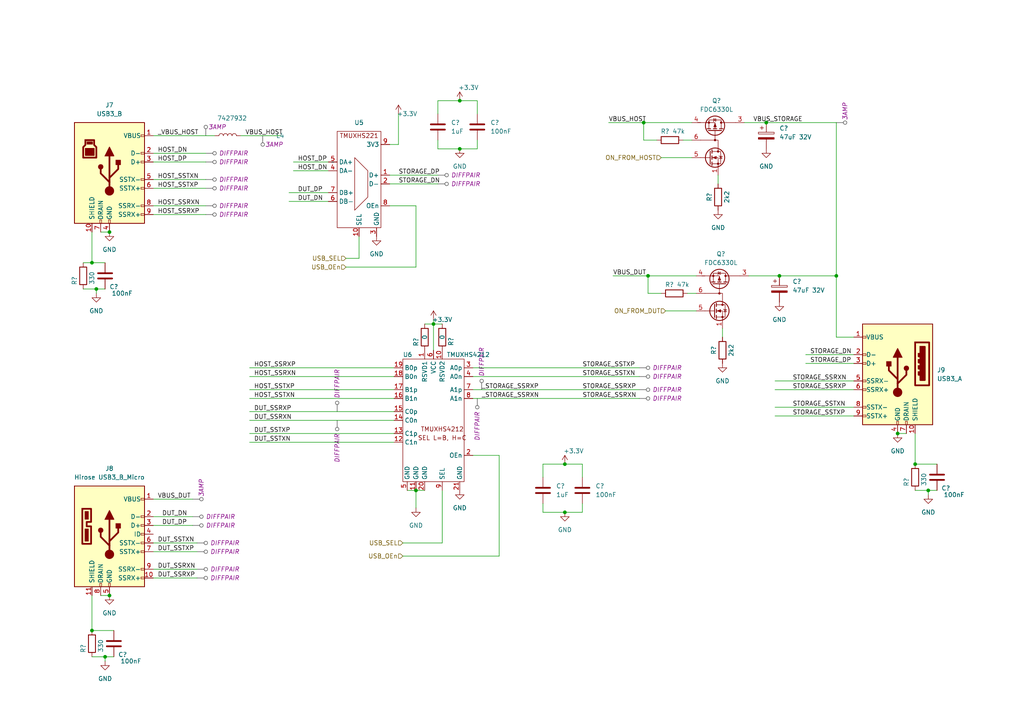
<source format=kicad_sch>
(kicad_sch (version 20230121) (generator eeschema)
  (paper "A4")
  (title_block (title "USB Storage Host/DUT switch") (date "2023-06-15") (rev "1.0.0") (company "Red Hat Inc.") (comment 1 "Device Under Test, supporting USB3.0 and 2.0 connectivity") (comment 2 "that can be connected to the testing host, or to the") (comment 3 "This schematic designs the multiplexor for a USB storage device"))
  (lib_symbols
    (symbol "Connector:USB3_A" (pin_names (offset 1.016))
      (property "Reference" "J" (at -10.16 15.24 0))
      (property "Value" "USB3_A" (at 10.16 15.24 0))
      (symbol "USB3_A_0_0"
        (rectangle (start -9.144 8.636) (end -5.08 -3.81) (stroke (width 0.508)))
        (rectangle (start -7.874 7.366) (end -6.604 -2.286) (stroke (width 0.508)) (fill (type outline)))
        (rectangle (start -6.35 0) (end -6.096 -0.762) (stroke (width 0.508)))
        (rectangle (start -6.35 1.778) (end -6.096 1.016) (stroke (width 0.508)))
        (rectangle (start -6.35 3.556) (end -6.096 2.794) (stroke (width 0.508)))
        (rectangle (start -6.35 5.334) (end -6.096 4.572) (stroke (width 0.508)))
        (rectangle (start -2.794 -15.24) (end -2.286 -14.224))
        (rectangle (start -0.254 -15.24) (end 0.254 -14.224))
        (rectangle (start 10.16 -12.446) (end 9.144 -12.954))
        (rectangle (start 10.16 -9.906) (end 9.144 -10.414))
        (rectangle (start 10.16 -4.826) (end 9.144 -5.334))
        (rectangle (start 10.16 -2.286) (end 9.144 -2.794))
        (rectangle (start 10.16 2.794) (end 9.144 2.286))
        (rectangle (start 10.16 5.334) (end 9.144 4.826))
        (rectangle (start 10.16 10.414) (end 9.144 9.906))
      )
      (symbol "USB3_A_0_1"
        (rectangle (start -10.16 13.97) (end 10.16 -15.24) (stroke (width 0.254)) (fill (type background)))
      )
      (symbol "USB3_A_1_1"
        (circle (center -2.54 1.143) (radius 0.635) (stroke (width 0.254)) (fill (type outline)))
        (circle (center 0 -5.842) (radius 1.27) (fill (type outline)))
        (polyline (pts (xy 0 -5.842) (xy 0 4.318)) (stroke (width 0.508)))
        (polyline (pts (xy 0 -3.302) (xy -2.54 -0.762) (xy -2.54 0.508)) (stroke (width 0.508)))
        (polyline (pts (xy 0 -2.032) (xy 2.54 0.508) (xy 2.54 1.778)) (stroke (width 0.508)))
        (polyline (pts (xy -1.27 4.318) (xy 0 6.858) (xy 1.27 4.318) (xy -1.27 4.318)) (stroke (width 0.254)) (fill (type outline)))
        (rectangle (start 1.905 1.778) (end 3.175 3.048) (stroke (width 0.254)) (fill (type outline)))
        (pin power_in line (at 12.7 10.16 180) (length 2.54) (name "VBUS") (number "1"))
        (pin passive line (at -5.08 -17.78 90) (length 2.54) (name "SHIELD") (number "10"))
        (pin bidirectional line (at 12.7 5.08 180) (length 2.54) (name "D-") (number "2"))
        (pin bidirectional line (at 12.7 2.54 180) (length 2.54) (name "D+") (number "3"))
        (pin power_in line (at 0 -17.78 90) (length 2.54) (name "GND") (number "4"))
        (pin output line (at 12.7 -2.54 180) (length 2.54) (name "SSRX-") (number "5"))
        (pin output line (at 12.7 -5.08 180) (length 2.54) (name "SSRX+") (number "6"))
        (pin passive line (at -2.54 -17.78 90) (length 2.54) (name "DRAIN") (number "7"))
        (pin input line (at 12.7 -10.16 180) (length 2.54) (name "SSTX-") (number "8"))
        (pin input line (at 12.7 -12.7 180) (length 2.54) (name "SSTX+") (number "9"))
      )
    )
    (symbol "Connector:USB3_B" (pin_names (offset 1.016))
      (property "Reference" "J" (at -10.16 15.24 0))
      (property "Value" "USB3_B" (at 10.16 15.24 0))
      (symbol "USB3_B_0_0"
        (rectangle (start -2.794 -15.24) (end -2.286 -14.224))
        (rectangle (start -0.254 -15.24) (end 0.254 -14.224))
        (rectangle (start 10.16 -12.446) (end 9.144 -12.954))
        (rectangle (start 10.16 -9.906) (end 9.144 -10.414))
        (rectangle (start 10.16 -4.826) (end 9.144 -5.334))
        (rectangle (start 10.16 -2.286) (end 9.144 -2.794))
        (rectangle (start 10.16 2.794) (end 9.144 2.286))
        (rectangle (start 10.16 5.334) (end 9.144 4.826))
        (rectangle (start 10.16 10.414) (end 9.144 9.906))
      )
      (symbol "USB3_B_0_1"
        (rectangle (start -10.16 13.97) (end 10.16 -15.24) (stroke (width 0.254)) (fill (type background)))
        (rectangle (start -6.477 8.382) (end -4.953 7.747) (stroke (width 0.254)) (fill (type outline)))
        (rectangle (start -4.445 4.445) (end -6.985 6.477) (stroke (width 0.254)) (fill (type outline)))
        (polyline (pts (xy -6.985 8.89) (xy -6.985 7.493) (xy -7.62 6.858) (xy -7.62 3.81) (xy -3.81 3.81) (xy -3.81 6.858) (xy -4.445 7.493) (xy -4.445 8.89) (xy -6.858 8.89) (xy -6.985 8.89)) (stroke (width 0.508)))
      )
      (symbol "USB3_B_1_1"
        (circle (center -2.54 1.143) (radius 0.635) (stroke (width 0.254)) (fill (type outline)))
        (circle (center 0 -5.842) (radius 1.27) (fill (type outline)))
        (polyline (pts (xy 0 -5.842) (xy 0 4.318)) (stroke (width 0.508)))
        (polyline (pts (xy 0 -3.302) (xy -2.54 -0.762) (xy -2.54 0.508)) (stroke (width 0.508)))
        (polyline (pts (xy 0 -2.032) (xy 2.54 0.508) (xy 2.54 1.778)) (stroke (width 0.508)))
        (polyline (pts (xy -1.27 4.318) (xy 0 6.858) (xy 1.27 4.318) (xy -1.27 4.318)) (stroke (width 0.254)) (fill (type outline)))
        (rectangle (start 1.905 1.778) (end 3.175 3.048) (stroke (width 0.254)) (fill (type outline)))
        (pin power_out line (at 12.7 10.16 180) (length 2.54) (name "VBUS") (number "1"))
        (pin passive line (at -5.08 -17.78 90) (length 2.54) (name "SHIELD") (number "10"))
        (pin bidirectional line (at 12.7 5.08 180) (length 2.54) (name "D-") (number "2"))
        (pin bidirectional line (at 12.7 2.54 180) (length 2.54) (name "D+") (number "3"))
        (pin power_out line (at 0 -17.78 90) (length 2.54) (name "GND") (number "4"))
        (pin output line (at 12.7 -2.54 180) (length 2.54) (name "SSTX-") (number "5"))
        (pin output line (at 12.7 -5.08 180) (length 2.54) (name "SSTX+") (number "6"))
        (pin passive line (at -2.54 -17.78 90) (length 2.54) (name "DRAIN") (number "7"))
        (pin input line (at 12.7 -10.16 180) (length 2.54) (name "SSRX-") (number "8"))
        (pin input line (at 12.7 -12.7 180) (length 2.54) (name "SSRX+") (number "9"))
      )
    )
    (symbol "Connector:USB3_B_Micro" (pin_names (offset 1.016))
      (property "Reference" "J" (at -10.16 15.24 0))
      (property "Value" "USB3_B_Micro" (at 10.16 15.24 0))
      (symbol "USB3_B_Micro_0_0"
        (rectangle (start -2.794 -15.24) (end -2.286 -14.224))
        (rectangle (start -0.254 -15.24) (end 0.254 -14.224))
        (rectangle (start 10.16 -12.446) (end 9.144 -12.954))
        (rectangle (start 10.16 -9.906) (end 9.144 -10.414))
        (rectangle (start 10.16 -4.826) (end 9.144 -5.334))
        (rectangle (start 10.16 -2.286) (end 9.144 -2.794))
        (rectangle (start 10.16 0.254) (end 9.144 -0.254))
        (rectangle (start 10.16 2.794) (end 9.144 2.286))
        (rectangle (start 10.16 5.334) (end 9.144 4.826))
        (rectangle (start 10.16 10.414) (end 9.144 9.906))
      )
      (symbol "USB3_B_Micro_0_1"
        (rectangle (start -10.16 13.97) (end 10.16 -15.24) (stroke (width 0.254)) (fill (type background)))
        (rectangle (start -7.112 1.524) (end -6.096 -2.032) (fill (type outline)))
        (rectangle (start -7.112 6.604) (end -6.096 4.318) (fill (type outline)))
        (polyline (pts (xy -7.874 7.366) (xy -7.874 -2.794) (xy -5.334 -2.794) (xy -5.334 2.286) (xy -6.604 2.286) (xy -6.604 3.556) (xy -5.334 3.556) (xy -5.334 7.366) (xy -7.874 7.366)) (stroke (width 0.508)))
      )
      (symbol "USB3_B_Micro_1_1"
        (circle (center -2.54 1.143) (radius 0.635) (stroke (width 0.254)) (fill (type outline)))
        (circle (center 0 -5.842) (radius 1.27) (fill (type outline)))
        (polyline (pts (xy 0 -5.842) (xy 0 4.318)) (stroke (width 0.508)))
        (polyline (pts (xy 0 -3.302) (xy -2.54 -0.762) (xy -2.54 0.508)) (stroke (width 0.508)))
        (polyline (pts (xy 0 -2.032) (xy 2.54 0.508) (xy 2.54 1.778)) (stroke (width 0.508)))
        (polyline (pts (xy -1.27 4.318) (xy 0 6.858) (xy 1.27 4.318) (xy -1.27 4.318)) (stroke (width 0.254)) (fill (type outline)))
        (rectangle (start 1.905 1.778) (end 3.175 3.048) (stroke (width 0.254)) (fill (type outline)))
        (pin power_out line (at 12.7 10.16 180) (length 2.54) (name "VBUS") (number "1"))
        (pin input line (at 12.7 -12.7 180) (length 2.54) (name "SSRX+") (number "10"))
        (pin passive line (at -5.08 -17.78 90) (length 2.54) (name "SHIELD") (number "11"))
        (pin bidirectional line (at 12.7 5.08 180) (length 2.54) (name "D-") (number "2"))
        (pin bidirectional line (at 12.7 2.54 180) (length 2.54) (name "D+") (number "3"))
        (pin passive line (at 12.7 0 180) (length 2.54) (name "ID") (number "4"))
        (pin power_out line (at 0 -17.78 90) (length 2.54) (name "GND") (number "5"))
        (pin output line (at 12.7 -2.54 180) (length 2.54) (name "SSTX-") (number "6"))
        (pin output line (at 12.7 -5.08 180) (length 2.54) (name "SSTX+") (number "7"))
        (pin passive line (at -2.54 -17.78 90) (length 2.54) (name "DRAIN") (number "8"))
        (pin input line (at 12.7 -10.16 180) (length 2.54) (name "SSRX-") (number "9"))
      )
    )
    (symbol "Device:C" (pin_numbers hide) (pin_names (offset 0.254))
      (property "Reference" "C" (at 0.635 2.54 0))
      (property "Value" "C" (at 0.635 -2.54 0))
      (symbol "C_0_1"
        (polyline (pts (xy -2.032 -0.762) (xy 2.032 -0.762)) (stroke (width 0.508)))
        (polyline (pts (xy -2.032 0.762) (xy 2.032 0.762)) (stroke (width 0.508)))
      )
      (symbol "C_1_1"
        (pin passive line (at 0 3.81 270) (length 2.794) (name "~") (number "1"))
        (pin passive line (at 0 -3.81 90) (length 2.794) (name "~") (number "2"))
      )
    )
    (symbol "Device:C_Polarized" (pin_numbers hide) (pin_names (offset 0.254))
      (property "Reference" "C" (at 0.635 2.54 0))
      (property "Value" "C_Polarized" (at 0.635 -2.54 0))
      (symbol "C_Polarized_0_1"
        (rectangle (start -2.286 0.508) (end 2.286 1.016))
        (polyline (pts (xy -1.778 2.286) (xy -0.762 2.286)))
        (polyline (pts (xy -1.27 2.794) (xy -1.27 1.778)))
        (rectangle (start 2.286 -0.508) (end -2.286 -1.016) (fill (type outline)))
      )
      (symbol "C_Polarized_1_1"
        (pin passive line (at 0 3.81 270) (length 2.794) (name "~") (number "1"))
        (pin passive line (at 0 -3.81 90) (length 2.794) (name "~") (number "2"))
      )
    )
    (symbol "Device:L" (pin_numbers hide) (pin_names (offset 1.016) hide)
      (property "Reference" "L" (at -1.27 0 90))
      (property "Value" "L" (at 1.905 0 90))
      (symbol "L_0_1"
        (arc (start 0 -2.54) (mid 0.6323 -1.905) (end 0 -1.27))
        (arc (start 0 -1.27) (mid 0.6323 -0.635) (end 0 0))
        (arc (start 0 0) (mid 0.6323 0.635) (end 0 1.27))
        (arc (start 0 1.27) (mid 0.6323 1.905) (end 0 2.54))
      )
      (symbol "L_1_1"
        (pin passive line (at 0 3.81 270) (length 1.27) (name "1") (number "1"))
        (pin passive line (at 0 -3.81 90) (length 1.27) (name "2") (number "2"))
      )
    )
    (symbol "Device:R" (pin_numbers hide) (pin_names (offset 0))
      (property "Reference" "R" (at 2.032 0 90))
      (property "Value" "R" (at 0 0 90))
      (symbol "R_0_1"
        (rectangle (start -1.016 -2.54) (end 1.016 2.54) (stroke (width 0.254)))
      )
      (symbol "R_1_1"
        (pin passive line (at 0 3.81 270) (length 1.27) (name "~") (number "1"))
        (pin passive line (at 0 -3.81 90) (length 1.27) (name "~") (number "2"))
      )
    )
    (symbol "TMUXHS221_1"
      (property "Reference" "U?" (at 2.54 10.16 0))
      (symbol "TMUXHS221_1_0_1"
        (rectangle (start 1.27 8.89) (end 13.97 -19.05))
      )
      (symbol "TMUXHS221_1_1_1"
        (polyline (pts (xy 6.35 -13.97) (xy 6.35 1.27) (xy 10.16 -2.54) (xy 10.16 -7.62) (xy 10.16 -10.16) (xy 6.35 -13.97)))
        (text "TMUXHS221" (at 7.62 7.62 0) (effects (font (size 1.27 1.27))))
        (pin bidirectional line (at 16.51 -3.81 180) (length 2.54) (name "D+") (number "1"))
        (pin input line (at 7.62 -21.59 90) (length 2.54) (name "SEL") (number "10"))
        (pin bidirectional line (at 16.51 -6.35 180) (length 2.54) (name "D-") (number "2"))
        (pin power_in line (at 12.7 -21.59 90) (length 2.54) (name "GND") (number "3"))
        (pin bidirectional line (at -1.27 -2.54 0) (length 2.54) (name "DA-") (number "4"))
        (pin bidirectional line (at -1.27 0 0) (length 2.54) (name "DA+") (number "5"))
        (pin bidirectional line (at -1.27 -11.43 0) (length 2.54) (name "DB-") (number "6"))
        (pin bidirectional line (at -1.27 -8.89 0) (length 2.54) (name "DB+") (number "7"))
        (pin input line (at 16.51 -12.7 180) (length 2.54) (name "OEn") (number "8"))
        (pin power_in line (at 16.51 5.08 180) (length 2.54) (name "3V3") (number "9"))
      )
    )
    (symbol "TUSBMUXES:TMUXHS4212"
      (property "Reference" "U6" (at -2.54 0 0))
      (property "Value" "TMUXHS4212" (at 10.16 0 0))
      (symbol "TMUXHS4212_0_1"
        (rectangle (start -2.54 -1.27) (end 15.24 -36.83))
      )
      (symbol "TMUXHS4212_1_1"
        (text "SEL L=B, H=C" (at 8.89 -24.13 0) (effects (font (size 1.27 1.27))))
        (text "TMUXHS4212\n" (at 8.89 -21.59 0) (effects (font (size 1.27 1.27))))
        (pin passive line (at 3.81 1.27 270) (length 2.54) (name "RSVD1") (number "1"))
        (pin passive line (at 8.89 1.27 270) (length 2.54) (name "RSVD2") (number "10"))
        (pin power_in line (at 1.27 -39.37 90) (length 2.54) (name "GND") (number "11"))
        (pin bidirectional line (at -5.08 -25.4 0) (length 2.54) (name "C1n") (number "12"))
        (pin bidirectional line (at -5.08 -22.86 0) (length 2.54) (name "C1p") (number "13"))
        (pin bidirectional line (at -5.08 -19.05 0) (length 2.54) (name "C0n") (number "14"))
        (pin bidirectional line (at -5.08 -16.51 0) (length 2.54) (name "C0p") (number "15"))
        (pin bidirectional line (at -5.08 -12.7 0) (length 2.54) (name "B1n") (number "16"))
        (pin bidirectional line (at -5.08 -10.16 0) (length 2.54) (name "B1p") (number "17"))
        (pin bidirectional line (at -5.08 -6.35 0) (length 2.54) (name "B0n") (number "18"))
        (pin bidirectional line (at -5.08 -3.81 0) (length 2.54) (name "B0p") (number "19"))
        (pin input line (at 17.78 -29.21 180) (length 2.54) (name "OEn") (number "2"))
        (pin power_in line (at 3.81 -39.37 90) (length 2.54) (name "GND") (number "20"))
        (pin power_in line (at 13.97 -39.37 90) (length 2.54) (name "GND") (number "21"))
        (pin bidirectional line (at 17.78 -3.81 180) (length 2.54) (name "A0p") (number "3"))
        (pin bidirectional line (at 17.78 -6.35 180) (length 2.54) (name "A0n") (number "4"))
        (pin power_in line (at -1.27 -39.37 90) (length 2.54) (name "GND") (number "5"))
        (pin power_in line (at 6.35 1.27 270) (length 2.54) (name "VCC") (number "6"))
        (pin bidirectional line (at 17.78 -10.16 180) (length 2.54) (name "A1p") (number "7"))
        (pin bidirectional line (at 17.78 -12.7 180) (length 2.54) (name "A1n") (number "8"))
        (pin input line (at 8.89 -39.37 90) (length 2.54) (name "SEL") (number "9"))
      )
    )
    (symbol "Transistor_FET:FDC6330L" (pin_names hide)
      (property "Reference" "Q" (at 3.175 -1.27 0))
      (property "Value" "FDC6330L" (at 3.175 -3.81 0))
      (symbol "FDC6330L_0_1"
        (circle (center -0.889 -2.54) (radius 2.794) (stroke (width 0.254)))
        (circle (center 0 -4.318) (radius 0.254) (fill (type outline)))
        (circle (center 0 -0.762) (radius 0.254) (fill (type outline)))
        (polyline (pts (xy -2.286 -2.54) (xy -5.08 -2.54)))
        (polyline (pts (xy -2.286 -0.635) (xy -2.286 -4.445)) (stroke (width 0.254)))
        (polyline (pts (xy -1.778 -3.81) (xy -1.778 -4.826)) (stroke (width 0.254)))
        (polyline (pts (xy -1.778 -2.032) (xy -1.778 -3.048)) (stroke (width 0.254)))
        (polyline (pts (xy -1.778 -0.254) (xy -1.778 -1.27)) (stroke (width 0.254)))
        (polyline (pts (xy 0 0) (xy 0 -0.762)))
        (polyline (pts (xy 5.08 7.62) (xy 1.651 7.62)))
        (polyline (pts (xy -5.08 2.54) (xy 0 2.54) (xy 0 0)))
        (polyline (pts (xy 0 -5.08) (xy 0 -2.54) (xy -1.778 -2.54)))
        (polyline (pts (xy -1.778 -4.318) (xy 0.762 -4.318) (xy 0.762 -0.762) (xy -1.778 -0.762)))
      )
      (symbol "FDC6330L_1_1"
        (circle (center -2.667 7.62) (radius 0.254) (fill (type outline)))
        (circle (center -0.889 2.54) (radius 0.254) (fill (type outline)))
        (circle (center -0.889 6.731) (radius 2.794) (stroke (width 0.254)))
        (polyline (pts (xy -3.175 7.62) (xy -5.969 7.62)))
        (polyline (pts (xy -2.159 5.842) (xy -3.175 5.842)) (stroke (width 0.254)))
        (polyline (pts (xy -0.889 5.334) (xy -0.889 2.54)))
        (polyline (pts (xy -0.381 5.842) (xy -1.397 5.842)) (stroke (width 0.254)))
        (polyline (pts (xy 1.016 5.334) (xy -2.794 5.334)) (stroke (width 0.254)))
        (polyline (pts (xy 1.397 5.842) (xy 0.381 5.842)) (stroke (width 0.254)))
        (polyline (pts (xy 1.651 7.62) (xy 0.889 7.62)))
        (polyline (pts (xy -3.429 7.62) (xy -0.889 7.62) (xy -0.889 5.842)))
        (polyline (pts (xy -2.667 5.842) (xy -2.667 8.382) (xy 0.889 8.382) (xy 0.889 5.842)))
        (polyline (pts (xy -1.524 -2.54) (xy -0.508 -2.159) (xy -0.508 -2.921) (xy -1.524 -2.54)) (fill (type outline)))
        (polyline (pts (xy -1.397 7.874) (xy -1.27 8.001) (xy -1.27 8.763) (xy -1.143 8.89)))
        (polyline (pts (xy -1.27 8.382) (xy -0.635 8.001) (xy -0.635 8.763) (xy -1.27 8.382)))
        (polyline (pts (xy -0.889 7.366) (xy -0.508 6.35) (xy -1.27 6.35) (xy -0.889 7.366)) (fill (type outline)))
        (polyline (pts (xy 0.254 -2.032) (xy 0.381 -2.159) (xy 1.143 -2.159) (xy 1.27 -2.286)))
        (polyline (pts (xy 0.762 -2.159) (xy 0.381 -2.794) (xy 1.143 -2.794) (xy 0.762 -2.159)))
        (circle (center 0.889 7.62) (radius 0.254) (fill (type outline)))
        (pin passive line (at 0 -7.62 90) (length 2.54) (name "S1") (number "1"))
        (pin passive line (at 7.62 7.62 180) (length 2.54) hide (name "D2") (number "2"))
        (pin passive line (at 7.62 7.62 180) (length 2.54) (name "D2") (number "3"))
        (pin passive line (at -7.62 7.62 0) (length 2.54) (name "S2") (number "4"))
        (pin passive line (at -7.62 -2.54 0) (length 2.54) (name "G1") (number "5"))
        (pin passive line (at -7.62 2.54 0) (length 2.54) (name "D1") (number "6"))
      )
    )
    (symbol "power:+3.3V" (power) (pin_names (offset 0))
      (property "Value" "+3.3V" (at 0 3.556 0))
      (symbol "+3.3V_0_1"
        (polyline (pts (xy -0.762 1.27) (xy 0 2.54)))
        (polyline (pts (xy 0 0) (xy 0 2.54)))
        (polyline (pts (xy 0 2.54) (xy 0.762 1.27)))
      )
      (symbol "+3.3V_1_1"
        (pin power_in line (at 0 0 90) (length 0) hide (name "+3.3V") (number "1"))
      )
    )
    (symbol "power:GND" (power) (pin_names (offset 0))
      (property "Value" "GND" (at 0 -3.81 0))
      (symbol "GND_0_1"
        (polyline (pts (xy 0 0) (xy 0 -1.27) (xy 1.27 -1.27) (xy 0 -2.54) (xy -1.27 -1.27) (xy 0 -1.27)))
      )
      (symbol "GND_1_1"
        (pin power_in line (at 0 0 270) (length 0) hide (name "GND") (number "1"))
      )
    )
  )
  (junction (at 31.75 67.31))
  (junction (at 120.65 142.24))
  (junction (at 133.35 29.21))
  (junction (at 260.35 125.73))
  (junction (at 226.06 80.01))
  (junction (at 186.69 35.56))
  (junction (at 125.73 93.98))
  (junction (at 222.25 35.56))
  (junction (at 31.75 172.72))
  (junction (at 242.57 80.01))
  (junction (at 26.67 76.2))
  (junction (at 26.67 182.88))
  (junction (at 163.83 148.59))
  (junction (at 187.96 80.01))
  (junction (at 163.83 134.62))
  (junction (at 133.35 43.18))
  (junction (at 269.24 142.24))
  (junction (at 265.43 134.62))
  (junction (at 27.94 83.82))
  (junction (at 30.48 190.5))
  (wire (pts (xy 163.83 148.59) (xy 168.91 148.59)))
  (wire (pts (xy 44.45 39.37) (xy 62.23 39.37)))
  (wire (pts (xy 100.33 74.93) (xy 104.14 74.93)))
  (wire (pts (xy 29.21 67.31) (xy 31.75 67.31)))
  (wire (pts (xy 133.35 43.18) (xy 138.43 43.18)))
  (wire (pts (xy 157.48 134.62) (xy 163.83 134.62)))
  (wire (pts (xy 69.85 39.37) (xy 81.28 39.37)))
  (wire (pts (xy 125.73 101.6) (xy 125.73 93.98)))
  (wire (pts (xy 72.39 115.57) (xy 114.3 115.57)))
  (wire (pts (xy 44.45 44.45) (xy 59.69 44.45)))
  (wire (pts (xy 222.25 35.56) (xy 242.57 35.56)))
  (wire (pts (xy 208.28 50.8) (xy 208.28 53.34)))
  (wire (pts (xy 247.65 97.79) (xy 242.57 97.79)))
  (wire (pts (xy 30.48 190.5) (xy 33.02 190.5)))
  (wire (pts (xy 157.48 148.59) (xy 163.83 148.59)))
  (wire (pts (xy 138.43 29.21) (xy 133.35 29.21)))
  (wire (pts (xy 72.39 106.68) (xy 114.3 106.68)))
  (wire (pts (xy 265.43 134.62) (xy 271.78 134.62)))
  (wire (pts (xy 116.84 157.48) (xy 128.27 157.48)))
  (wire (pts (xy 233.68 102.87) (xy 247.65 102.87)))
  (wire (pts (xy 26.67 67.31) (xy 26.67 76.2)))
  (wire (pts (xy 72.39 109.22) (xy 114.3 109.22)))
  (wire (pts (xy 29.21 172.72) (xy 31.75 172.72)))
  (wire (pts (xy 44.45 157.48) (xy 57.15 157.48)))
  (wire (pts (xy 44.45 52.07) (xy 59.69 52.07)))
  (wire (pts (xy 269.24 142.24) (xy 269.24 143.51)))
  (wire (pts (xy 191.77 85.09) (xy 187.96 85.09)))
  (wire (pts (xy 27.94 83.82) (xy 27.94 85.09)))
  (wire (pts (xy 116.84 161.29) (xy 144.78 161.29)))
  (wire (pts (xy 113.03 50.8) (xy 127 50.8)))
  (wire (pts (xy 72.39 128.27) (xy 114.3 128.27)))
  (wire (pts (xy 157.48 138.43) (xy 157.48 134.62)))
  (wire (pts (xy 127 29.21) (xy 133.35 29.21)))
  (wire (pts (xy 177.8 80.01) (xy 187.96 80.01)))
  (wire (pts (xy 269.24 142.24) (xy 271.78 142.24)))
  (wire (pts (xy 104.14 68.58) (xy 104.14 74.93)))
  (wire (pts (xy 44.45 152.4) (xy 55.88 152.4)))
  (wire (pts (xy 224.79 113.03) (xy 247.65 113.03)))
  (wire (pts (xy 26.67 172.72) (xy 26.67 182.88)))
  (wire (pts (xy 242.57 35.56) (xy 242.57 80.01)))
  (wire (pts (xy 72.39 119.38) (xy 114.3 119.38)))
  (wire (pts (xy 44.45 149.86) (xy 55.88 149.86)))
  (wire (pts (xy 72.39 125.73) (xy 114.3 125.73)))
  (wire (pts (xy 215.9 35.56) (xy 222.25 35.56)))
  (wire (pts (xy 144.78 161.29) (xy 144.78 132.08)))
  (wire (pts (xy 137.16 106.68) (xy 185.42 106.68)))
  (wire (pts (xy 125.73 93.98) (xy 125.73 92.71)))
  (wire (pts (xy 118.11 142.24) (xy 120.65 142.24)))
  (wire (pts (xy 137.16 115.57) (xy 185.42 115.57)))
  (wire (pts (xy 217.17 80.01) (xy 226.06 80.01)))
  (wire (pts (xy 113.03 41.91) (xy 115.57 41.91)))
  (wire (pts (xy 224.79 118.11) (xy 247.65 118.11)))
  (wire (pts (xy 191.77 45.72) (xy 200.66 45.72)))
  (wire (pts (xy 157.48 146.05) (xy 157.48 148.59)))
  (wire (pts (xy 226.06 80.01) (xy 242.57 80.01)))
  (wire (pts (xy 127 40.64) (xy 127 43.18)))
  (wire (pts (xy 127 33.02) (xy 127 29.21)))
  (wire (pts (xy 137.16 113.03) (xy 185.42 113.03)))
  (wire (pts (xy 224.79 110.49) (xy 247.65 110.49)))
  (wire (pts (xy 85.09 49.53) (xy 95.25 49.53)))
  (wire (pts (xy 100.33 77.47) (xy 120.65 77.47)))
  (wire (pts (xy 190.5 40.64) (xy 186.69 40.64)))
  (wire (pts (xy 72.39 121.92) (xy 114.3 121.92)))
  (wire (pts (xy 176.53 35.56) (xy 186.69 35.56)))
  (wire (pts (xy 125.73 93.98) (xy 128.27 93.98)))
  (wire (pts (xy 198.12 40.64) (xy 200.66 40.64)))
  (wire (pts (xy 128.27 157.48) (xy 128.27 142.24)))
  (wire (pts (xy 120.65 142.24) (xy 123.19 142.24)))
  (wire (pts (xy 120.65 142.24) (xy 120.65 147.32)))
  (wire (pts (xy 27.94 83.82) (xy 30.48 83.82)))
  (wire (pts (xy 30.48 190.5) (xy 30.48 191.77)))
  (wire (pts (xy 265.43 125.73) (xy 265.43 134.62)))
  (wire (pts (xy 265.43 142.24) (xy 269.24 142.24)))
  (wire (pts (xy 209.55 95.25) (xy 209.55 97.79)))
  (wire (pts (xy 44.45 144.78) (xy 55.88 144.78)))
  (wire (pts (xy 44.45 165.1) (xy 57.15 165.1)))
  (wire (pts (xy 260.35 125.73) (xy 262.89 125.73)))
  (wire (pts (xy 144.78 132.08) (xy 137.16 132.08)))
  (wire (pts (xy 224.79 120.65) (xy 247.65 120.65)))
  (wire (pts (xy 24.13 76.2) (xy 26.67 76.2)))
  (wire (pts (xy 26.67 190.5) (xy 30.48 190.5)))
  (wire (pts (xy 242.57 80.01) (xy 242.57 97.79)))
  (wire (pts (xy 44.45 167.64) (xy 57.15 167.64)))
  (wire (pts (xy 115.57 41.91) (xy 115.57 33.02)))
  (wire (pts (xy 44.45 46.99) (xy 59.69 46.99)))
  (wire (pts (xy 113.03 59.69) (xy 120.65 59.69)))
  (wire (pts (xy 72.39 113.03) (xy 114.3 113.03)))
  (wire (pts (xy 199.39 85.09) (xy 201.93 85.09)))
  (wire (pts (xy 193.04 90.17) (xy 201.93 90.17)))
  (wire (pts (xy 168.91 146.05) (xy 168.91 148.59)))
  (wire (pts (xy 44.45 160.02) (xy 57.15 160.02)))
  (wire (pts (xy 120.65 59.69) (xy 120.65 77.47)))
  (wire (pts (xy 44.45 59.69) (xy 59.69 59.69)))
  (wire (pts (xy 186.69 40.64) (xy 186.69 35.56)))
  (wire (pts (xy 186.69 35.56) (xy 200.66 35.56)))
  (wire (pts (xy 187.96 85.09) (xy 187.96 80.01)))
  (wire (pts (xy 123.19 93.98) (xy 125.73 93.98)))
  (wire (pts (xy 137.16 109.22) (xy 185.42 109.22)))
  (wire (pts (xy 83.82 55.88) (xy 95.25 55.88)))
  (wire (pts (xy 168.91 138.43) (xy 168.91 134.62)))
  (wire (pts (xy 26.67 182.88) (xy 33.02 182.88)))
  (wire (pts (xy 85.09 46.99) (xy 95.25 46.99)))
  (wire (pts (xy 24.13 83.82) (xy 27.94 83.82)))
  (wire (pts (xy 233.68 105.41) (xy 247.65 105.41)))
  (wire (pts (xy 44.45 62.23) (xy 59.69 62.23)))
  (wire (pts (xy 26.67 76.2) (xy 30.48 76.2)))
  (wire (pts (xy 113.03 53.34) (xy 127 53.34)))
  (wire (pts (xy 83.82 58.42) (xy 95.25 58.42)))
  (wire (pts (xy 168.91 134.62) (xy 163.83 134.62)))
  (wire (pts (xy 187.96 80.01) (xy 201.93 80.01)))
  (wire (pts (xy 127 43.18) (xy 133.35 43.18)))
  (wire (pts (xy 138.43 40.64) (xy 138.43 43.18)))
  (wire (pts (xy 44.45 54.61) (xy 59.69 54.61)))
  (wire (pts (xy 138.43 33.02) (xy 138.43 29.21)))
  (label "HOST_SSTXN" (at 45.72 52.07 0))
  (label "STORAGE_DP" (at 115.57 50.8 0))
  (label "HOST_SSTXN" (at 73.66 115.57 0))
  (label "_STORAGE_SSRXN" (at 139.7 115.57 0))
  (label "DUT_DN" (at 46.99 149.86 0))
  (label "STORAGE_SSTXP" (at 168.91 106.68 0))
  (label "STORAGE_SSRXN" (at 168.91 115.57 0))
  (label "DUT_SSTXN" (at 73.66 128.27 0))
  (label "HOST_SSTXP" (at 45.72 54.61 0))
  (label "HOST_DN" (at 45.72 44.45 0))
  (label "DUT_SSRXN" (at 45.72 165.1 0))
  (label "VBUS_STORAGE" (at 218.44 35.56 0))
  (label "STORAGE_SSRXN" (at 229.87 110.49 0))
  (label "DUT_SSTXP" (at 45.72 160.02 0))
  (label "DUT_SSTXN" (at 45.72 157.48 0))
  (label "HOST_DN" (at 86.36 49.53 0))
  (label "VBUS_HOST" (at 176.53 35.56 0))
  (label "STORAGE_DN" (at 115.57 53.34 0))
  (label "STORAGE_SSTXN" (at 229.87 118.11 0))
  (label "_STORAGE_SSRXP" (at 139.7 113.03 0))
  (label "_VBUS_HOST" (at 45.72 39.37 0))
  (label "HOST_SSRXP" (at 45.72 62.23 0))
  (label "STORAGE_SSRXP" (at 168.91 113.03 0))
  (label "HOST_SSRXP" (at 73.66 106.68 0))
  (label "HOST_SSRXN" (at 45.72 59.69 0))
  (label "HOST_DP" (at 45.72 46.99 0))
  (label "DUT_SSRXP" (at 73.66 119.38 0))
  (label "DUT_SSTXP" (at 73.66 125.73 0))
  (label "DUT_DP" (at 86.36 55.88 0))
  (label "VBUS_HOST" (at 71.12 39.37 0))
  (label "DUT_DN" (at 86.36 58.42 0))
  (label "STORAGE_DP" (at 234.95 105.41 0))
  (label "STORAGE_SSTXN" (at 168.91 109.22 0))
  (label "STORAGE_SSRXP" (at 229.87 113.03 0))
  (label "HOST_SSRXN" (at 73.66 109.22 0))
  (label "DUT_SSRXP" (at 45.72 167.64 0))
  (label "DUT_DP" (at 46.99 152.4 0))
  (label "VBUS_DUT" (at 177.8 80.01 0))
  (label "VBUS_DUT" (at 45.72 144.78 0))
  (label "STORAGE_SSTXP" (at 229.87 120.65 0))
  (label "STORAGE_DN" (at 234.95 102.87 0))
  (label "DUT_SSRXN" (at 73.66 121.92 0))
  (label "HOST_DP" (at 86.36 46.99 0))
  (label "HOST_SSTXP" (at 73.66 113.03 0))
  (hierarchical_label "USB_OEn" (shape input) (at 100.33 77.47 180))
  (hierarchical_label "USB_SEL" (shape input) (at 116.84 157.48 180))
  (hierarchical_label "USB_OEn" (shape input) (at 116.84 161.29 180))
  (hierarchical_label "ON_FROM_DUT" (shape input) (at 193.04 90.17 180))
  (hierarchical_label "USB_SEL" (shape input) (at 100.33 74.93 180))
  (hierarchical_label "ON_FROM_HOST" (shape input) (at 191.77 45.72 180))
  (netclass_flag "" (length 2.54) (shape round) (at 185.42 115.57 270) (property "Netclass" "DIFFPAIR" (at 189.23 115.57 0) (effects (font italic) (justify left))))
  (netclass_flag "" (length 2.54) (shape round) (at 127 50.8 270) (property "Netclass" "DIFFPAIR" (at 130.81 50.8 0) (effects (font italic) (justify left))))
  (netclass_flag "" (length 2.54) (shape round) (at 57.15 157.48 270) (property "Netclass" "DIFFPAIR" (at 60.96 157.48 0) (effects (font italic) (justify left))))
  (netclass_flag "" (length 2.54) (shape round) (at 185.42 109.22 270) (property "Netclass" "DIFFPAIR" (at 189.23 109.22 0) (effects (font italic) (justify left))))
  (netclass_flag "" (length 2.54) (shape round) (at 57.15 167.64 270) (property "Netclass" "DIFFPAIR" (at 60.96 167.64 0) (effects (font italic) (justify left))))
  (netclass_flag "" (length 2.54) (shape round) (at 59.69 54.61 270) (property "Netclass" "DIFFPAIR" (at 63.5 54.61 0) (effects (font italic) (justify left))))
  (netclass_flag "" (length 2.54) (shape round) (at 55.88 144.78 270) (property "Netclass" "3AMP" (at 58.42 144.0815 90) (effects (font italic) (justify left))))
  (netclass_flag "" (length 2.54) (shape round) (at 59.69 52.07 270) (property "Netclass" "DIFFPAIR" (at 63.5 52.07 0) (effects (font italic) (justify left))))
  (netclass_flag "" (length 2.54) (shape round) (at 59.69 59.69 270) (property "Netclass" "DIFFPAIR" (at 63.5 59.69 0) (effects (font italic) (justify left))))
  (netclass_flag "" (length 2.54) (shape round) (at 97.79 119.38 0) (property "Netclass" "DIFFPAIR" (at 97.79 115.57 90) (effects (font italic) (justify left))))
  (netclass_flag "" (length 2.54) (shape round) (at 59.69 44.45 270) (property "Netclass" "DIFFPAIR" (at 63.5 44.45 0) (effects (font italic) (justify left))))
  (netclass_flag "" (length 2.54) (shape round) (at 185.42 113.03 270) (property "Netclass" "DIFFPAIR" (at 189.23 113.03 0) (effects (font italic) (justify left))))
  (netclass_flag "" (length 2.54) (shape round) (at 57.15 160.02 270) (property "Netclass" "DIFFPAIR" (at 60.96 160.02 0) (effects (font italic) (justify left))))
  (netclass_flag "" (length 2.54) (shape round) (at 185.42 106.68 270) (property "Netclass" "DIFFPAIR" (at 189.23 106.68 0) (effects (font italic) (justify left))))
  (netclass_flag "" (length 2.54) (shape round) (at 55.88 152.4 270) (property "Netclass" "DIFFPAIR" (at 59.69 152.4 0) (effects (font italic) (justify left))))
  (netclass_flag "" (length 2.54) (shape round) (at 55.88 149.86 270) (property "Netclass" "DIFFPAIR" (at 59.69 149.86 0) (effects (font italic) (justify left))))
  (netclass_flag "" (length 2.54) (shape round) (at 59.69 46.99 270) (property "Netclass" "DIFFPAIR" (at 63.5 46.99 0) (effects (font italic) (justify left))))
  (netclass_flag "" (length 2.54) (shape round) (at 127 53.34 270) (property "Netclass" "DIFFPAIR" (at 130.81 53.34 0) (effects (font italic) (justify left))))
  (netclass_flag "" (length 2.54) (shape round) (at 139.7 113.03 0) (property "Netclass" "DIFFPAIR" (at 139.7 109.22 90) (effects (font italic) (justify left))))
  (netclass_flag "" (length 2.54) (shape round) (at 242.57 35.56 270) (property "Netclass" "3AMP" (at 245.11 34.8615 90) (effects (font italic) (justify left))))
  (netclass_flag "" (length 2.54) (shape round) (at 97.79 121.92 180) (property "Netclass" "DIFFPAIR" (at 97.79 125.73 90) (effects (font italic) (justify right))))
  (netclass_flag "" (length 2.54) (shape round) (at 138.43 115.57 180) (property "Netclass" "DIFFPAIR" (at 138.43 119.38 90) (effects (font italic) (justify right))))
  (netclass_flag "" (length 2.54) (shape round) (at 57.15 165.1 270) (property "Netclass" "DIFFPAIR" (at 60.96 165.1 0) (effects (font italic) (justify left))))
  (netclass_flag "" (length 2.54) (shape round) (at 76.2 39.37 180) (property "Netclass" "3AMP" (at 76.8985 41.91 0) (effects (font italic) (justify left))))
  (netclass_flag "" (length 2.54) (shape round) (at 59.69 62.23 270) (property "Netclass" "DIFFPAIR" (at 63.5 62.23 0) (effects (font italic) (justify left))))
  (netclass_flag "" (length 2.54) (shape round) (at 59.69 39.37 0) (property "Netclass" "3AMP" (at 60.3885 36.83 0) (effects (font italic) (justify left))))
  (symbol (lib_id "Device:R") (at 195.58 85.09 90) (unit 1)
    (property "Reference" "R?" (at 194.183 82.55 90))
    (property "Value" "47k" (at 198.12 82.55 90))
    (property "Footprint" "Resistor_SMD:R_0603_1608Metric" (effects hide))
    (instances (project "dutlink" (path "" (reference "R?") (unit 1)) (path "" (reference "R3") (unit 1)) (path "" (reference "R29") (unit 1))))
  )
  (symbol (lib_id "power:GND") (at 133.35 142.24 0) (unit 1)
    (property "Reference" "#PWR059" (effects hide))
    (property "Value" "GND" (at 133.35 147.32 0))
  )
  (symbol (lib_id "power:GND") (at 120.65 147.32 0) (unit 1)
    (property "Reference" "#PWR072" (effects hide))
    (property "Value" "GND" (at 120.65 152.4 0))
  )
  (symbol (lib_id "power:+3.3V") (at 125.73 92.71 0) (unit 1)
    (property "Reference" "#PWR013" (effects hide))
    (property "Value" "+3.3V" (at 128.27 92.71 0))
    (instances (project "dutlink" (path "" (reference "#PWR013") (unit 1)) (path "" (reference "#PWR069") (unit 1))))
  )
  (symbol (lib_id "power:GND") (at 208.28 60.96 0) (unit 1)
    (property "Reference" "#PWR?" (effects hide))
    (property "Value" "GND" (at 208.28 66.04 0))
    (instances (project "dutlink" (path "" (reference "#PWR?") (unit 1)) (path "" (reference "#PWR018") (unit 1)) (path "" (reference "#PWR078") (unit 1))))
  )
  (symbol (lib_id "Device:R") (at 26.67 186.69 180) (unit 1)
    (property "Reference" "R?" (at 24.13 188.087 90))
    (property "Value" "330" (at 29.21 187.325 90))
    (property "Footprint" "Resistor_SMD:R_0402_1005Metric" (effects hide))
    (property "MFN" "RTT02331JTH" (effects hide))
    (property "MPN" "RTT02331JTH" (effects hide))
    (instances (project "dutlink" (path "" (reference "R?") (unit 1)) (path "" (reference "R117") (unit 1)) (path "" (reference "R33") (unit 1))))
  )
  (symbol (lib_id "Device:C_Polarized") (at 222.25 39.37 0) (unit 1)
    (property "Reference" "C?" (at 226.06 37.211 0) (effects (justify left)))
    (property "Value" "47uF 32V" (at 226.06 39.751 0) (effects (justify left)))
    (property "Footprint" "Capacitor_SMD:CP_Elec_6.3x5.4_Nichicon" (effects hide))
    (instances (project "dutlink" (path "" (reference "C?") (unit 1)) (path "" (reference "C29") (unit 1)) (path "" (reference "C38") (unit 1))))
  )
  (symbol (lib_id "power:GND") (at 260.35 125.73 0) (unit 1)
    (property "Reference" "#PWR076" (effects hide))
    (property "Value" "GND" (at 260.35 130.81 0))
  )
  (symbol (lib_id "Transistor_FET:FDC6330L") (at 209.55 87.63 0) (unit 1)
    (property "Reference" "Q?" (at 209.1055 73.66 0))
    (property "Value" "FDC6330L" (at 209.1055 76.2 0))
    (property "Footprint" "Package_TO_SOT_SMD:TSOT-23-6" (effects hide))
    (property "Datasheet" "https://www.onsemi.com/pub/Collateral/FDC6330L-D.PDF" (effects hide))
    (instances (project "dutlink" (path "" (reference "Q?") (unit 1)) (path "" (reference "Q1") (unit 1)) (path "" (reference "Q4") (unit 1))))
  )
  (symbol (lib_id "power:GND") (at 209.55 105.41 0) (unit 1)
    (property "Reference" "#PWR?" (effects hide))
    (property "Value" "GND" (at 209.55 110.49 0))
    (instances (project "dutlink" (path "" (reference "#PWR?") (unit 1)) (path "" (reference "#PWR018") (unit 1)) (path "" (reference "#PWR066") (unit 1))))
  )
  (symbol (lib_id "power:GND") (at 269.24 143.51 0) (unit 1)
    (property "Reference" "#PWR079" (effects hide))
    (property "Value" "GND" (at 269.24 148.59 0))
    (instances (project "dutlink" (path "" (reference "#PWR079") (unit 1)) (path "" (reference "#PWR0230") (unit 1))))
  )
  (symbol (lib_id "Device:C") (at 157.48 142.24 0) (unit 1)
    (property "Reference" "C?" (at 161.29 140.97 0) (effects (justify left)))
    (property "Value" "1uF" (at 161.29 143.51 0) (effects (justify left)))
    (property "Footprint" "Capacitor_SMD:C_0402_1005Metric" (effects hide))
    (instances (project "dutlink" (path "" (reference "C?") (unit 1)) (path "" (reference "C6") (unit 1)) (path "" (reference "C21") (unit 1))))
  )
  (symbol (lib_id "Connector:USB3_B_Micro") (at 31.75 154.94 0) (unit 1)
    (property "Reference" "J8" (at 31.75 135.89 0))
    (property "Value" "Hirose USB3_B_Micro" (at 31.75 138.43 0))
    (property "Footprint" "FOOTPRINTS:ZX360DB10P30" (effects hide))
    (property "Datasheet" "https://www.mouser.es/datasheet/2/185/ZX360D_B_10P_30__CL0242_0500_1_30_2DDrawing_000114-1620360.pdf" (effects hide))
    (property "MPN" "ZX360D-B-10P(30)" (effects hide))
    (property "Link" "https://www2.mouser.com/ProductDetail/Hirose-Connector/ZX360D-B-10P30?qs=4J5DPWWS9EDezzYtx6NKEg%3D%3D" (effects hide))
    (property "MFN" "ZX360D-B-10P(30)" (effects hide))
  )
  (symbol (lib_id "Device:R") (at 194.31 40.64 90) (unit 1)
    (property "Reference" "R?" (at 192.913 38.1 90))
    (property "Value" "47k" (at 196.85 38.1 90))
    (property "Footprint" "Resistor_SMD:R_0603_1608Metric" (effects hide))
    (instances (project "dutlink" (path "" (reference "R?") (unit 1)) (path "" (reference "R3") (unit 1)) (path "" (reference "R27") (unit 1))))
  )
  (symbol (lib_id "Device:R") (at 208.28 57.15 0) (unit 1)
    (property "Reference" "R?" (at 205.74 57.15 90))
    (property "Value" "2k2" (at 210.82 57.15 90))
    (property "Footprint" "Resistor_SMD:R_0603_1608Metric" (effects hide))
    (instances (project "dutlink" (path "" (reference "R?") (unit 1)) (path "" (reference "R4") (unit 1)) (path "" (reference "R28") (unit 1))))
  )
  (symbol (lib_id "Connector:USB3_B") (at 31.75 49.53 0) (unit 1)
    (property "Reference" "J7" (at 31.75 30.48 0))
    (property "Value" "USB3_B" (at 31.75 33.02 0))
    (property "Footprint" "USB3Wurth:Wurth WR-COM USB 3.0 692221030100" (effects hide))
  )
  (symbol (lib_id "power:GND") (at 222.25 43.18 0) (unit 1)
    (property "Reference" "#PWR?" (effects hide))
    (property "Value" "GND" (at 222.25 48.26 0))
    (instances (project "dutlink" (path "" (reference "#PWR?") (unit 1)) (path "" (reference "#PWR018") (unit 1)) (path "" (reference "#PWR0102") (unit 1))))
  )
  (symbol (lib_id "power:GND") (at 226.06 87.63 0) (unit 1)
    (property "Reference" "#PWR?" (effects hide))
    (property "Value" "GND" (at 226.06 92.71 0))
    (instances (project "dutlink" (path "" (reference "#PWR?") (unit 1)) (path "" (reference "#PWR018") (unit 1)) (path "" (reference "#PWR077") (unit 1))))
  )
  (symbol (lib_id "Device:C") (at 168.91 142.24 0) (unit 1)
    (property "Reference" "C?" (at 172.72 140.97 0) (effects (justify left)))
    (property "Value" "100nF" (at 172.72 143.51 0) (effects (justify left)))
    (property "Footprint" "Capacitor_SMD:C_0402_1005Metric" (effects hide))
    (instances (project "dutlink" (path "" (reference "C?") (unit 1)) (path "" (reference "C13") (unit 1)) (path "" (reference "C22") (unit 1))))
  )
  (symbol (lib_id "power:GND") (at 31.75 67.31 0) (unit 1)
    (property "Reference" "#PWR073" (effects hide))
    (property "Value" "GND" (at 31.75 72.39 0))
  )
  (symbol (lib_id "power:+3.3V") (at 133.35 29.21 0) (unit 1)
    (property "Reference" "#PWR013" (effects hide))
    (property "Value" "+3.3V" (at 135.89 25.4 0))
    (instances (project "dutlink" (path "" (reference "#PWR013") (unit 1)) (path "" (reference "#PWR067") (unit 1))))
  )
  (symbol (lib_id "Device:C") (at 33.02 186.69 0) (unit 1)
    (property "Reference" "C?" (at 34.29 189.865 0) (effects (justify left)))
    (property "Value" "100nF" (at 34.925 191.77 0) (effects (justify left)))
    (property "Footprint" "Capacitor_SMD:C_0402_1005Metric" (effects hide))
    (property "MPN" "CL05B104K05NNNC" (effects hide))
    (property "MPN2" "TCC0402X7R104M160AT" (effects hide))
    (property "MFN" "CL10B104KB8NNNC" (effects hide))
    (instances (project "dutlink" (path "" (reference "C?") (unit 1)) (path "" (reference "C62") (unit 1)) (path "" (reference "C36") (unit 1))))
  )
  (symbol (lib_id "Connector:USB3_A") (at 260.35 107.95 0) (mirror y) (unit 1)
    (property "Reference" "J9" (at 271.78 107.315 0) (effects (justify right)))
    (property "Value" "USB3_A" (at 271.78 109.855 0) (effects (justify right)))
    (property "Footprint" "Connector_USB:USB3_A_Molex_48393-001" (effects hide))
  )
  (symbol (lib_id "Transistor_FET:FDC6330L") (at 208.28 43.18 0) (unit 1)
    (property "Reference" "Q?" (at 207.8355 29.21 0))
    (property "Value" "FDC6330L" (at 207.8355 31.75 0))
    (property "Footprint" "Package_TO_SOT_SMD:TSOT-23-6" (effects hide))
    (property "Datasheet" "https://www.onsemi.com/pub/Collateral/FDC6330L-D.PDF" (effects hide))
    (instances (project "dutlink" (path "" (reference "Q?") (unit 1)) (path "" (reference "Q1") (unit 1)) (path "" (reference "Q3") (unit 1))))
  )
  (symbol (lib_id "Device:R") (at 24.13 80.01 180) (unit 1)
    (property "Reference" "R?" (at 21.59 81.407 90))
    (property "Value" "330" (at 26.67 80.645 90))
    (property "Footprint" "Resistor_SMD:R_0402_1005Metric" (effects hide))
    (property "MFN" "RTT02331JTH" (effects hide))
    (property "MPN" "RTT02331JTH" (effects hide))
    (instances (project "dutlink" (path "" (reference "R?") (unit 1)) (path "" (reference "R117") (unit 1)) (path "" (reference "R32") (unit 1))))
  )
  (symbol (lib_id "Device:R") (at 123.19 97.79 180) (unit 1)
    (property "Reference" "R?" (at 120.65 99.187 90))
    (property "Value" "0" (at 123.19 97.79 90))
    (property "Footprint" "Resistor_SMD:R_0603_1608Metric" (effects hide))
    (instances (project "dutlink" (path "" (reference "R?") (unit 1)) (path "" (reference "R3") (unit 1)) (path "" (reference "R25") (unit 1))))
  )
  (symbol (lib_id "power:+3.3V") (at 163.83 134.62 0) (unit 1)
    (property "Reference" "#PWR013" (effects hide))
    (property "Value" "+3.3V" (at 166.37 130.81 0))
    (instances (project "dutlink" (path "" (reference "#PWR013") (unit 1)) (path "" (reference "#PWR070") (unit 1))))
  )
  (symbol (lib_id "Device:C") (at 127 36.83 0) (unit 1)
    (property "Reference" "C?" (at 130.81 35.56 0) (effects (justify left)))
    (property "Value" "1uF" (at 130.81 38.1 0) (effects (justify left)))
    (property "Footprint" "Capacitor_SMD:C_0402_1005Metric" (effects hide))
    (instances (project "dutlink" (path "" (reference "C?") (unit 1)) (path "" (reference "C6") (unit 1)) (path "" (reference "C19") (unit 1))))
  )
  (symbol (lib_id "power:+3.3V") (at 115.57 33.02 0) (unit 1)
    (property "Reference" "#PWR013" (effects hide))
    (property "Value" "+3.3V" (at 118.11 33.02 0))
    (instances (project "dutlink" (path "" (reference "#PWR013") (unit 1)) (path "" (reference "#PWR064") (unit 1))))
  )
  (symbol (lib_id "TUSBMUXES:TMUXHS4212") (at 119.38 102.87 0) (unit 1)
    (property "Reference" "U6" (at 116.84 102.87 0) (effects (justify left)))
    (property "Value" "TMUXHS4212" (at 129.54 102.87 0) (effects (justify left)))
    (property "Footprint" "Package_DFN_QFN:DHVQFN-20-1EP_2.5x4.5mm_P0.5mm_EP1x3mm" (effects hide))
    (property "Datasheet" "https://www.ti.com/lit/ds/symlink/tmuxhs4212.pdf" (effects hide))
  )
  (symbol (lib_id "Device:R") (at 265.43 138.43 180) (unit 1)
    (property "Reference" "R?" (at 262.89 139.827 90))
    (property "Value" "330" (at 267.97 139.065 90))
    (property "Footprint" "Resistor_SMD:R_0402_1005Metric" (effects hide))
    (property "MFN" "RTT02331JTH" (effects hide))
    (property "MPN" "RTT02331JTH" (effects hide))
    (instances (project "dutlink" (path "" (reference "R?") (unit 1)) (path "" (reference "R117") (unit 1)) (path "" (reference "R34") (unit 1))))
  )
  (symbol (lib_id "Device:C") (at 30.48 80.01 0) (unit 1)
    (property "Reference" "C?" (at 31.75 83.185 0) (effects (justify left)))
    (property "Value" "100nF" (at 32.385 85.09 0) (effects (justify left)))
    (property "Footprint" "Capacitor_SMD:C_0402_1005Metric" (effects hide))
    (property "MPN" "CL05B104K05NNNC" (effects hide))
    (property "MPN2" "TCC0402X7R104M160AT" (effects hide))
    (property "MFN" "CL10B104KB8NNNC" (effects hide))
    (instances (project "dutlink" (path "" (reference "C?") (unit 1)) (path "" (reference "C62") (unit 1)) (path "" (reference "C35") (unit 1))))
  )
  (symbol (lib_id "power:GND") (at 109.22 68.58 0) (unit 1)
    (property "Reference" "#PWR065" (effects hide))
    (property "Value" "GND" (at 109.22 73.66 0))
  )
  (symbol (lib_id "power:GND") (at 30.48 191.77 0) (unit 1)
    (property "Reference" "#PWR081" (effects hide))
    (property "Value" "GND" (at 30.48 196.85 0))
    (instances (project "dutlink" (path "" (reference "#PWR081") (unit 1)) (path "" (reference "#PWR0230") (unit 1))))
  )
  (symbol (lib_id "Device:C") (at 138.43 36.83 0) (unit 1)
    (property "Reference" "C?" (at 142.24 35.56 0) (effects (justify left)))
    (property "Value" "100nF" (at 142.24 38.1 0) (effects (justify left)))
    (property "Footprint" "Capacitor_SMD:C_0402_1005Metric" (effects hide))
    (instances (project "dutlink" (path "" (reference "C?") (unit 1)) (path "" (reference "C13") (unit 1)) (path "" (reference "C20") (unit 1))))
  )
  (symbol (lib_id "Device:L") (at 66.04 39.37 90) (unit 1)
    (property "Reference" "L4" (at 81.28 39.37 90))
    (property "Value" "7427932" (at 67.31 34.29 90))
    (property "Footprint" "FOOTPRINTS:7427932" (effects hide))
    (property "Datasheet" "https://www.we-online.com/components/products/datasheet/7427932.pdf" (effects hide))
    (property "Description" "Wurth 7427932 Inductor" (effects hide))
    (property "Link" "https://www2.mouser.com/ProductDetail/Wurth-Elektronik/7427932?qs=E%2F%2FhvbtCqpMraVkI3KrIPA%3D%3D" (effects hide))
    (property "MFN" "7427932" (effects hide))
    (property "MPN" "7427932" (effects hide))
    (instances (project "dutlink" (path "" (reference "L4") (unit 1)) (path "" (reference "L2") (unit 1)) (path "" (reference "L4") (unit 1))))
  )
  (symbol (lib_id "Device:C_Polarized") (at 226.06 83.82 0) (unit 1)
    (property "Reference" "C?" (at 229.87 81.661 0) (effects (justify left)))
    (property "Value" "47uF 32V" (at 229.87 84.201 0) (effects (justify left)))
    (property "Footprint" "Capacitor_SMD:CP_Elec_6.3x5.4_Nichicon" (effects hide))
    (instances (project "dutlink" (path "" (reference "C?") (unit 1)) (path "" (reference "C29") (unit 1)) (path "" (reference "C30") (unit 1))))
  )
  (symbol (lib_name "TMUXHS221_1") (lib_id "TUSBMUXES:TMUXHS221") (at 96.52 46.99 0) (unit 1)
    (property "Reference" "U5" (at 104.14 35.56 0))
    (property "Value" "~" (at 96.52 46.99 0))
    (property "Footprint" "Package_DFN_QFN:UQFN-10_1.4x1.8mm_P0.4mm" (effects hide))
    (property "Datasheet" "https://www.ti.com/product/TMUXHS221" (effects hide))
  )
  (symbol (lib_id "Device:R") (at 209.55 101.6 0) (unit 1)
    (property "Reference" "R?" (at 207.01 101.6 90))
    (property "Value" "2k2" (at 212.09 101.6 90))
    (property "Footprint" "Resistor_SMD:R_0603_1608Metric" (effects hide))
    (instances (project "dutlink" (path "" (reference "R?") (unit 1)) (path "" (reference "R4") (unit 1)) (path "" (reference "R30") (unit 1))))
  )
  (symbol (lib_id "Device:C") (at 271.78 138.43 0) (unit 1)
    (property "Reference" "C?" (at 273.05 141.605 0) (effects (justify left)))
    (property "Value" "100nF" (at 273.685 143.51 0) (effects (justify left)))
    (property "Footprint" "Capacitor_SMD:C_0402_1005Metric" (effects hide))
    (property "MPN" "CL05B104K05NNNC" (effects hide))
    (property "MPN2" "TCC0402X7R104M160AT" (effects hide))
    (property "MFN" "CL10B104KB8NNNC" (effects hide))
    (instances (project "dutlink" (path "" (reference "C?") (unit 1)) (path "" (reference "C62") (unit 1)) (path "" (reference "C37") (unit 1))))
  )
  (symbol (lib_id "Device:R") (at 128.27 97.79 180) (unit 1)
    (property "Reference" "R?" (at 130.81 99.06 90))
    (property "Value" "0" (at 128.27 97.79 90))
    (property "Footprint" "Resistor_SMD:R_0603_1608Metric" (effects hide))
    (instances (project "dutlink" (path "" (reference "R?") (unit 1)) (path "" (reference "R3") (unit 1)) (path "" (reference "R26") (unit 1))))
  )
  (symbol (lib_id "power:GND") (at 31.75 172.72 0) (unit 1)
    (property "Reference" "#PWR074" (effects hide))
    (property "Value" "GND" (at 31.75 177.8 0))
  )
  (symbol (lib_id "power:GND") (at 27.94 85.09 0) (unit 1)
    (property "Reference" "#PWR080" (effects hide))
    (property "Value" "GND" (at 27.94 90.17 0))
    (instances (project "dutlink" (path "" (reference "#PWR080") (unit 1)) (path "" (reference "#PWR0230") (unit 1))))
  )
  (symbol (lib_id "power:GND") (at 133.35 43.18 0) (unit 1)
    (property "Reference" "#PWR068" (effects hide))
    (property "Value" "GND" (at 133.35 48.26 0))
  )
  (symbol (lib_id "power:GND") (at 163.83 148.59 0) (unit 1)
    (property "Reference" "#PWR071" (effects hide))
    (property "Value" "GND" (at 163.83 153.67 0))
  )
)
</source>
